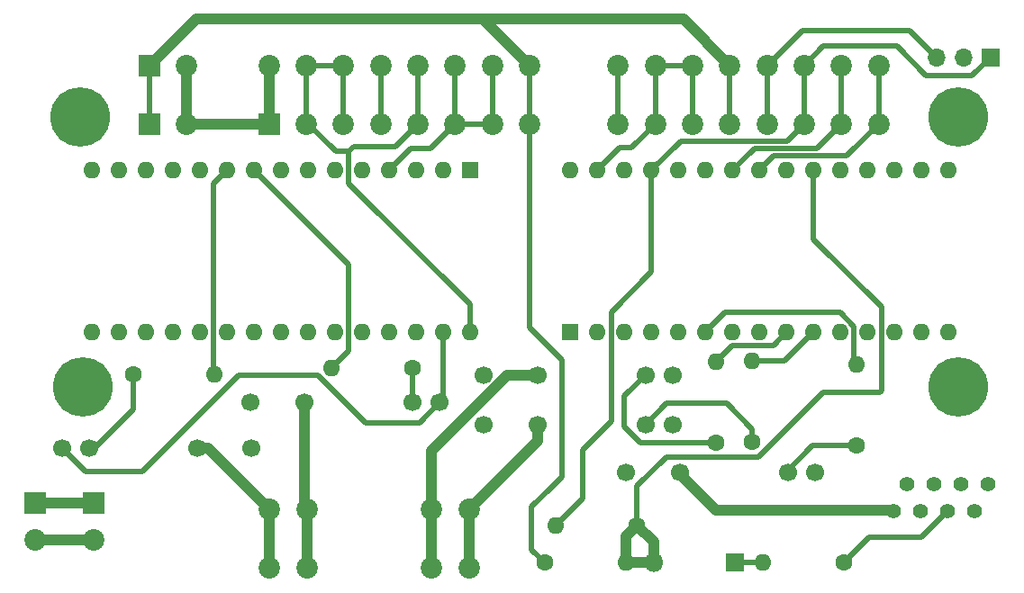
<source format=gtl>
G04 #@! TF.GenerationSoftware,KiCad,Pcbnew,7.0.7*
G04 #@! TF.CreationDate,2024-07-14T01:40:00-07:00*
G04 #@! TF.ProjectId,ACS Arduino Board,41435320-4172-4647-9569-6e6f20426f61,rev?*
G04 #@! TF.SameCoordinates,Original*
G04 #@! TF.FileFunction,Copper,L1,Top*
G04 #@! TF.FilePolarity,Positive*
%FSLAX46Y46*%
G04 Gerber Fmt 4.6, Leading zero omitted, Abs format (unit mm)*
G04 Created by KiCad (PCBNEW 7.0.7) date 2024-07-14 01:40:00*
%MOMM*%
%LPD*%
G01*
G04 APERTURE LIST*
G04 #@! TA.AperFunction,ComponentPad*
%ADD10C,1.700000*%
G04 #@! TD*
G04 #@! TA.AperFunction,ComponentPad*
%ADD11R,1.800000X1.800000*%
G04 #@! TD*
G04 #@! TA.AperFunction,ComponentPad*
%ADD12O,1.800000X1.800000*%
G04 #@! TD*
G04 #@! TA.AperFunction,ComponentPad*
%ADD13C,1.600000*%
G04 #@! TD*
G04 #@! TA.AperFunction,ComponentPad*
%ADD14O,1.600000X1.600000*%
G04 #@! TD*
G04 #@! TA.AperFunction,ComponentPad*
%ADD15R,1.600000X1.600000*%
G04 #@! TD*
G04 #@! TA.AperFunction,ComponentPad*
%ADD16C,3.600000*%
G04 #@! TD*
G04 #@! TA.AperFunction,ConnectorPad*
%ADD17C,5.600000*%
G04 #@! TD*
G04 #@! TA.AperFunction,ComponentPad*
%ADD18C,1.397000*%
G04 #@! TD*
G04 #@! TA.AperFunction,ComponentPad*
%ADD19R,2.025000X2.025000*%
G04 #@! TD*
G04 #@! TA.AperFunction,ComponentPad*
%ADD20C,2.025000*%
G04 #@! TD*
G04 #@! TA.AperFunction,ComponentPad*
%ADD21R,1.700000X1.700000*%
G04 #@! TD*
G04 #@! TA.AperFunction,ComponentPad*
%ADD22O,1.700000X1.700000*%
G04 #@! TD*
G04 #@! TA.AperFunction,Conductor*
%ADD23C,0.500000*%
G04 #@! TD*
G04 #@! TA.AperFunction,Conductor*
%ADD24C,1.000000*%
G04 #@! TD*
G04 APERTURE END LIST*
D10*
X87451000Y-67056000D03*
X84911000Y-67056000D03*
X74751000Y-67056000D03*
X69671000Y-67056000D03*
D11*
X93280000Y-80060000D03*
D12*
X85660000Y-80060000D03*
D13*
X91530000Y-68770000D03*
D14*
X91530000Y-61150000D03*
D13*
X94950000Y-68710000D03*
D14*
X94950000Y-61090000D03*
D10*
X30095000Y-69272861D03*
X32635000Y-69272861D03*
X42795000Y-69272861D03*
X47875000Y-69272861D03*
D15*
X68410000Y-43160000D03*
D14*
X65870000Y-43160000D03*
X63330000Y-43160000D03*
X60790000Y-43160000D03*
X58250000Y-43160000D03*
X55710000Y-43160000D03*
X53170000Y-43160000D03*
X50630000Y-43160000D03*
X48090000Y-43160000D03*
X45550000Y-43160000D03*
X43010000Y-43160000D03*
X40470000Y-43160000D03*
X37930000Y-43160000D03*
X35390000Y-43160000D03*
X32850000Y-43160000D03*
X32850000Y-58400000D03*
X35390000Y-58400000D03*
X37930000Y-58400000D03*
X40470000Y-58400000D03*
X43010000Y-58400000D03*
X45550000Y-58400000D03*
X48090000Y-58400000D03*
X50630000Y-58400000D03*
X53170000Y-58400000D03*
X55710000Y-58400000D03*
X58250000Y-58400000D03*
X60790000Y-58400000D03*
X63330000Y-58400000D03*
X65870000Y-58400000D03*
X68410000Y-58400000D03*
D15*
X77840000Y-58380000D03*
D14*
X80380000Y-58380000D03*
X82920000Y-58380000D03*
X85460000Y-58380000D03*
X88000000Y-58380000D03*
X90540000Y-58380000D03*
X93080000Y-58380000D03*
X95620000Y-58380000D03*
X98160000Y-58380000D03*
X100700000Y-58380000D03*
X103240000Y-58380000D03*
X105780000Y-58380000D03*
X108320000Y-58380000D03*
X110860000Y-58380000D03*
X113400000Y-58380000D03*
X113400000Y-43140000D03*
X110860000Y-43140000D03*
X108320000Y-43140000D03*
X105780000Y-43140000D03*
X103240000Y-43140000D03*
X100700000Y-43140000D03*
X98160000Y-43140000D03*
X95620000Y-43140000D03*
X93080000Y-43140000D03*
X90540000Y-43140000D03*
X88000000Y-43140000D03*
X85460000Y-43140000D03*
X82920000Y-43140000D03*
X80380000Y-43140000D03*
X77840000Y-43140000D03*
D13*
X75430000Y-80060000D03*
D14*
X83050000Y-80060000D03*
D16*
X114300000Y-63500000D03*
D17*
X114300000Y-63500000D03*
D13*
X104760000Y-69070000D03*
D14*
X104760000Y-61450000D03*
D13*
X63019999Y-61730000D03*
D14*
X55399999Y-61730000D03*
D13*
X103580000Y-80060000D03*
D14*
X95960000Y-80060000D03*
D13*
X84110000Y-76540000D03*
D14*
X76490000Y-76540000D03*
D18*
X108209900Y-75224600D03*
X109479900Y-72684600D03*
X110749900Y-75224600D03*
X112019900Y-72684600D03*
X113289900Y-75224600D03*
X114559900Y-72684600D03*
X115829900Y-75224600D03*
X117099900Y-72684600D03*
D10*
X87451000Y-62427139D03*
X84911000Y-62427139D03*
X74751000Y-62427139D03*
X69671000Y-62427139D03*
D19*
X27520000Y-74422000D03*
X33020000Y-74422000D03*
D20*
X27520000Y-77922000D03*
X33020000Y-77922000D03*
D19*
X38260000Y-38790000D03*
X38260000Y-33290000D03*
D20*
X41760000Y-38790000D03*
X41760000Y-33290000D03*
X53058000Y-75020000D03*
X53058000Y-80520000D03*
X49558000Y-75020000D03*
X49558000Y-80520000D03*
D16*
X31750000Y-38100000D03*
D17*
X31750000Y-38100000D03*
D20*
X82330000Y-38790000D03*
X82330000Y-33290000D03*
X85830000Y-38790000D03*
X85830000Y-33290000D03*
X89330000Y-38790000D03*
X89330000Y-33290000D03*
X92830000Y-38790000D03*
X92830000Y-33290000D03*
X96330000Y-38790000D03*
X96330000Y-33290000D03*
X99830000Y-38790000D03*
X99830000Y-33290000D03*
X103330000Y-38790000D03*
X103330000Y-33290000D03*
X106830000Y-38790000D03*
X106830000Y-33290000D03*
D13*
X36710000Y-62360000D03*
D14*
X44330000Y-62360000D03*
D21*
X117333000Y-32537000D03*
D22*
X114793000Y-32537000D03*
X112253000Y-32537000D03*
D10*
X65570000Y-64989999D03*
X63030000Y-64989999D03*
X52870000Y-64989999D03*
X47790000Y-64989999D03*
X100838000Y-71571139D03*
X98298000Y-71571139D03*
X88138000Y-71571139D03*
X83058000Y-71571139D03*
D16*
X31990000Y-63500000D03*
D17*
X31990000Y-63500000D03*
D20*
X64790000Y-80580000D03*
X64790000Y-75080000D03*
X68290000Y-80580000D03*
X68290000Y-75080000D03*
D19*
X49490000Y-38790000D03*
D20*
X49490000Y-33290000D03*
X52990000Y-38790000D03*
X52990000Y-33290000D03*
X56490000Y-38790000D03*
X56490000Y-33290000D03*
X59990000Y-38790000D03*
X59990000Y-33290000D03*
X63490000Y-38790000D03*
X63490000Y-33290000D03*
X66990000Y-38790000D03*
X66990000Y-33290000D03*
X70490000Y-38790000D03*
X70490000Y-33290000D03*
X73990000Y-38790000D03*
X73990000Y-33290000D03*
D16*
X114300000Y-38100000D03*
D17*
X114300000Y-38100000D03*
D23*
X30095000Y-69272861D02*
X32292139Y-71470000D01*
X32292139Y-71470000D02*
X37606346Y-71470000D01*
X54080000Y-62410000D02*
X58590000Y-66920000D01*
X65870000Y-64689999D02*
X65570000Y-64989999D01*
X66970000Y-38790000D02*
X66990000Y-38790000D01*
X60790000Y-43160000D02*
X62850000Y-41100000D01*
X65870000Y-58400000D02*
X65870000Y-64689999D01*
X70490000Y-38790000D02*
X66990000Y-38790000D01*
X37606346Y-71470000D02*
X46666346Y-62410000D01*
X46666346Y-62410000D02*
X54080000Y-62410000D01*
X58590000Y-66920000D02*
X63639999Y-66920000D01*
X64660000Y-41100000D02*
X66970000Y-38790000D01*
X66990000Y-33290000D02*
X66990000Y-38790000D01*
X63639999Y-66920000D02*
X65570000Y-64989999D01*
X62850000Y-41100000D02*
X64660000Y-41100000D01*
X70490000Y-33290000D02*
X70490000Y-38790000D01*
X48090000Y-43160000D02*
X56960000Y-52030000D01*
X56960000Y-60169999D02*
X55399999Y-61730000D01*
X56960000Y-52030000D02*
X56960000Y-60169999D01*
X44300000Y-62330000D02*
X44330000Y-62360000D01*
X44300000Y-44410000D02*
X44300000Y-62330000D01*
X45550000Y-43160000D02*
X44300000Y-44410000D01*
X82480000Y-41040000D02*
X83580000Y-41040000D01*
X83580000Y-41040000D02*
X85830000Y-38790000D01*
X99650000Y-29970000D02*
X96330000Y-33290000D01*
X85830000Y-33290000D02*
X89330000Y-33290000D01*
X96330000Y-33290000D02*
X96330000Y-38790000D01*
X89330000Y-33290000D02*
X89330000Y-38790000D01*
X85830000Y-33290000D02*
X85830000Y-38790000D01*
X112253000Y-32537000D02*
X109686000Y-29970000D01*
X109686000Y-29970000D02*
X99650000Y-29970000D01*
X80380000Y-43140000D02*
X82480000Y-41040000D01*
X103207767Y-56540000D02*
X104520000Y-57852233D01*
X90540000Y-58380000D02*
X92380000Y-56540000D01*
X104520000Y-57852233D02*
X104520000Y-61210000D01*
X104520000Y-61210000D02*
X104760000Y-61450000D01*
X92380000Y-56540000D02*
X103207767Y-56540000D01*
X93050000Y-59630000D02*
X96910000Y-59630000D01*
X91530000Y-61150000D02*
X93050000Y-59630000D01*
X96910000Y-59630000D02*
X98160000Y-58380000D01*
X94950000Y-61090000D02*
X97990000Y-61090000D01*
X97990000Y-61090000D02*
X100700000Y-58380000D01*
X107070000Y-63872000D02*
X106934000Y-64008000D01*
X86862000Y-70110000D02*
X84110000Y-72862000D01*
X106934000Y-64008000D02*
X101600000Y-64008000D01*
X107070000Y-56016000D02*
X107070000Y-63872000D01*
X100700000Y-43140000D02*
X100700000Y-49646000D01*
D24*
X83050000Y-80060000D02*
X83050000Y-77600000D01*
D23*
X100700000Y-49646000D02*
X107070000Y-56016000D01*
D24*
X85660000Y-80060000D02*
X85660000Y-78090000D01*
X85660000Y-78090000D02*
X84110000Y-76540000D01*
D23*
X84110000Y-72862000D02*
X84110000Y-76540000D01*
X95498000Y-70110000D02*
X86862000Y-70110000D01*
D24*
X83050000Y-80060000D02*
X85660000Y-80060000D01*
X83050000Y-77600000D02*
X84110000Y-76540000D01*
D23*
X101600000Y-64008000D02*
X95498000Y-70110000D01*
X96974000Y-41786000D02*
X103834000Y-41786000D01*
X106830000Y-33290000D02*
X106830000Y-38790000D01*
X95620000Y-43140000D02*
X96974000Y-41786000D01*
X103834000Y-41786000D02*
X106830000Y-38790000D01*
X103330000Y-33290000D02*
X103330000Y-38790000D01*
X95134000Y-41086000D02*
X101034000Y-41086000D01*
X101034000Y-41086000D02*
X103330000Y-38790000D01*
X93080000Y-43140000D02*
X95134000Y-41086000D01*
X59990000Y-33290000D02*
X59990000Y-38790000D01*
D24*
X41760000Y-38790000D02*
X49490000Y-38790000D01*
X41760000Y-33290000D02*
X41760000Y-38790000D01*
X49490000Y-38790000D02*
X49490000Y-33290000D01*
D23*
X79030000Y-69420000D02*
X79030000Y-74000000D01*
X98234000Y-40386000D02*
X99830000Y-38790000D01*
X99830000Y-33290000D02*
X99830000Y-38790000D01*
X108510000Y-31480000D02*
X101640000Y-31480000D01*
X88214000Y-40386000D02*
X98234000Y-40386000D01*
X111290000Y-34260000D02*
X108510000Y-31480000D01*
X101640000Y-31480000D02*
X99830000Y-33290000D01*
X85460000Y-43140000D02*
X88214000Y-40386000D01*
X85460000Y-52716000D02*
X81670000Y-56506000D01*
X79030000Y-74000000D02*
X76490000Y-76540000D01*
X85460000Y-43140000D02*
X85460000Y-52716000D01*
X81670000Y-56506000D02*
X81670000Y-66780000D01*
X81670000Y-66780000D02*
X79030000Y-69420000D01*
X115610000Y-34260000D02*
X111290000Y-34260000D01*
X117333000Y-32537000D02*
X115610000Y-34260000D01*
X53190000Y-38790000D02*
X55768109Y-41368109D01*
X52990000Y-38790000D02*
X53190000Y-38790000D01*
X68410000Y-55780000D02*
X68410000Y-58400000D01*
X56490000Y-33290000D02*
X56490000Y-38790000D01*
X63490000Y-33290000D02*
X63490000Y-38790000D01*
X63490000Y-38790000D02*
X61370000Y-40910000D01*
X52990000Y-33290000D02*
X56490000Y-33290000D01*
X57000000Y-41368109D02*
X57000000Y-44370000D01*
X82330000Y-33290000D02*
X82330000Y-38790000D01*
X52990000Y-33290000D02*
X52990000Y-38790000D01*
X57458109Y-40910000D02*
X57000000Y-41368109D01*
X55768109Y-41368109D02*
X57000000Y-41368109D01*
X57000000Y-44370000D02*
X68410000Y-55780000D01*
X61370000Y-40910000D02*
X57458109Y-40910000D01*
X93280000Y-80060000D02*
X95960000Y-80060000D01*
D24*
X53058000Y-75020000D02*
X53058000Y-80520000D01*
X52870000Y-64989999D02*
X52870000Y-74832000D01*
X52870000Y-74832000D02*
X53058000Y-75020000D01*
X43810861Y-69272861D02*
X49558000Y-75020000D01*
X42795000Y-69272861D02*
X43810861Y-69272861D01*
X49558000Y-75020000D02*
X49558000Y-80520000D01*
X42640000Y-28910000D02*
X69610000Y-28910000D01*
X69610000Y-28910000D02*
X88450000Y-28910000D01*
D23*
X74190000Y-74790000D02*
X74190000Y-78820000D01*
X73990000Y-38790000D02*
X73990000Y-57988000D01*
D24*
X38260000Y-33290000D02*
X42640000Y-28910000D01*
D23*
X73990000Y-33290000D02*
X73990000Y-38790000D01*
X38260000Y-33290000D02*
X38260000Y-38790000D01*
X76080000Y-72900000D02*
X74190000Y-74790000D01*
X77030000Y-61028000D02*
X77030000Y-71960000D01*
X73990000Y-57988000D02*
X77030000Y-61028000D01*
X76090000Y-72900000D02*
X76080000Y-72900000D01*
X92830000Y-33290000D02*
X92830000Y-38790000D01*
X77030000Y-71960000D02*
X76090000Y-72900000D01*
D24*
X69610000Y-28910000D02*
X73990000Y-33290000D01*
X27520000Y-74422000D02*
X33020000Y-74422000D01*
X88450000Y-28910000D02*
X92830000Y-33290000D01*
D23*
X74190000Y-78820000D02*
X75430000Y-80060000D01*
D24*
X64790000Y-75080000D02*
X64790000Y-80580000D01*
X64790000Y-69510000D02*
X64790000Y-75080000D01*
X71872861Y-62427139D02*
X64790000Y-69510000D01*
X74751000Y-62427139D02*
X71872861Y-62427139D01*
X68290000Y-80580000D02*
X68290000Y-75080000D01*
X74751000Y-68619000D02*
X74751000Y-67056000D01*
X68290000Y-75080000D02*
X74751000Y-68619000D01*
X87959000Y-71571139D02*
X91546461Y-75158600D01*
X108143900Y-75158600D02*
X108209900Y-75224600D01*
X91546461Y-75158600D02*
X108143900Y-75158600D01*
X27520000Y-77922000D02*
X33020000Y-77922000D01*
D23*
X63019999Y-64979998D02*
X63030000Y-64989999D01*
X63019999Y-61730000D02*
X63019999Y-64979998D01*
X36710000Y-65660000D02*
X33097139Y-69272861D01*
X36710000Y-62360000D02*
X36710000Y-65660000D01*
X33097139Y-69272861D02*
X32635000Y-69272861D01*
X104760000Y-69070000D02*
X100620139Y-69070000D01*
X100620139Y-69070000D02*
X98119000Y-71571139D01*
X84450000Y-68770000D02*
X91530000Y-68770000D01*
X84911000Y-62427139D02*
X82920000Y-64418139D01*
X82920000Y-64418139D02*
X82920000Y-67240000D01*
X82920000Y-67240000D02*
X84450000Y-68770000D01*
X94950000Y-67530000D02*
X94950000Y-68710000D01*
X92500000Y-65080000D02*
X94950000Y-67530000D01*
X86887000Y-65080000D02*
X92500000Y-65080000D01*
X84911000Y-67056000D02*
X86887000Y-65080000D01*
X103580000Y-80060000D02*
X105960000Y-77680000D01*
X105960000Y-77680000D02*
X110834500Y-77680000D01*
X110834500Y-77680000D02*
X113289900Y-75224600D01*
M02*

</source>
